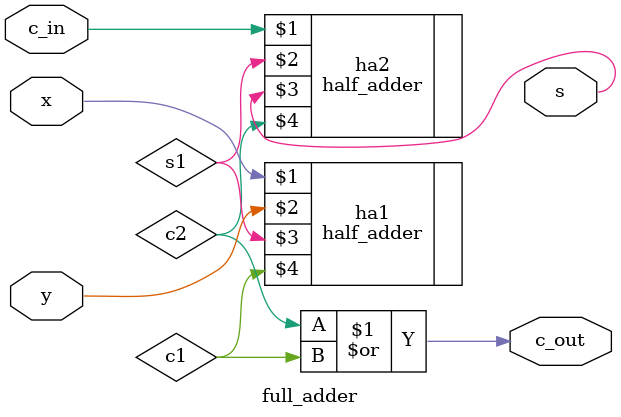
<source format=v>
`timescale 1ns / 1ps

module full_adder(x,y,c_in,s,c_out);

input x,y,c_in;
output s,c_out;

wire s1,c1,c2;

half_adder ha1 (x,y,s1,c1);
half_adder ha2 (c_in,s1,s,c2);

or (c_out, c2, c1);

endmodule

</source>
